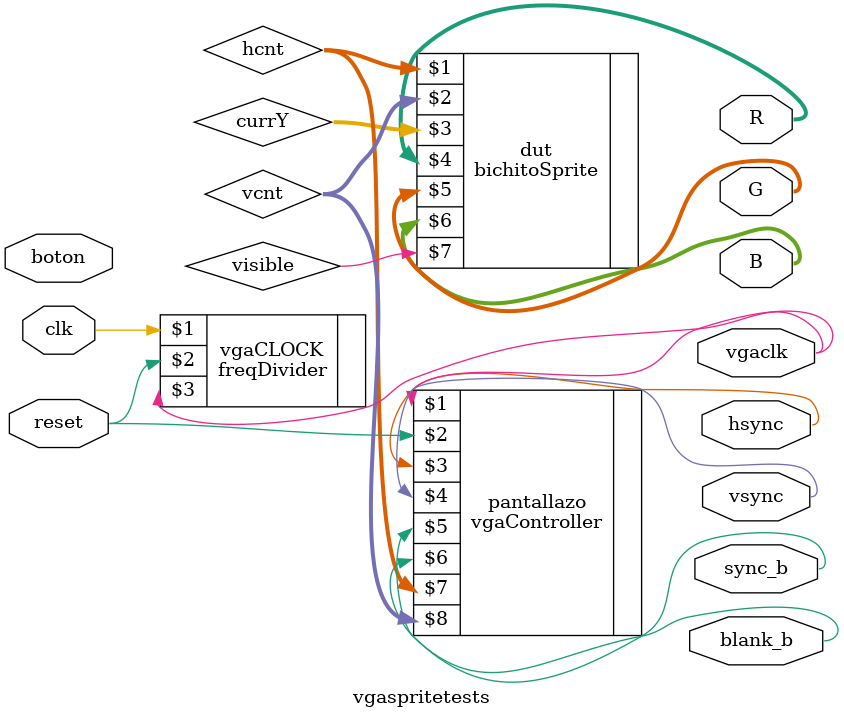
<source format=sv>
module vgaspritetests(input clk, reset, boton,
							output logic [7:0] R, G, B,
							output logic hsync, vsync, sync_b, blank_b, vgaclk);

 
logic [9:0] hcnt, vcnt;
logic [31:0] currY;
logic visible;

//pixel clock generator 25Mhz
freqDivider vgaCLOCK(clk, reset, vgaclk);

//VGA controller
vgaController pantallazo(vgaclk, reset, hsync, vsync, sync_b, blank_b, hcnt, vcnt);

bichitoSprite dut(hcnt, vcnt ,currY,R,G,B, visible);

endmodule

</source>
